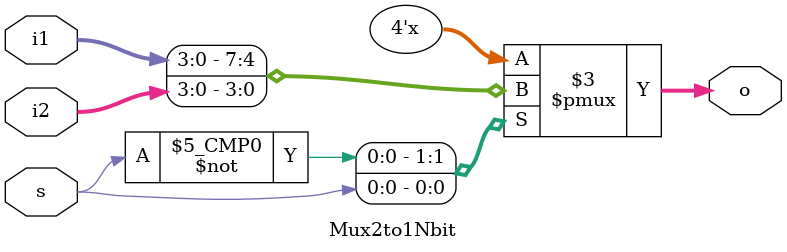
<source format=v>
module top(input clk, input rst, input [2:0] addr1, input [2:0] addr2, input [2:0] reg_addr, output [7:0] result);
    wire w_rf, DA, SA, SB;
    wire [2:0] adr;
    wire [2:0] st_out;
    wire [2:0] w_ram;
    wire [3:0] data;
    wire[3:0] A, B;
    wire[7:0] m_result;
   
    cu uut1(clk, rst, addr1, addr2, w_rf, adr, DA,SA,SB, st_out, w_ram);    
    ROM uut2(data, adr);  
    RF uut3(A, B, SA, SB, data, DA, w_rf, rst, clk);  
    c_multiplier uut4(A, B, m_result);
    RAM uut5(clk, rst, w_ram, reg_addr, m_result, result);
   
endmodule

module ROM(output reg [3:0]ROM_data, input [2:0] ROM_addr);
    always @ (ROM_addr) begin
        case(ROM_addr)
            3'd0: ROM_data = 4'b0000;
            3'd1: ROM_data = 4'b1100;
            3'd2: ROM_data = 4'b0110;
            3'd3: ROM_data = 4'b0111;
            3'd4: ROM_data = 4'b1000;
            3'd5: ROM_data = 4'b0001;
            3'd6: ROM_data = 4'b1101;
            3'd7: ROM_data = 4'b1110;        
        endcase
    end
endmodule


module RAM(clk, rst, write_en, addr, i_write_data, o_read_data);
    parameter DATA_W = 8;
    parameter SIZE = 8;
    parameter ADDR_W = 3;
   
    input clk, rst, write_en;
    input[ADDR_W-1:0] addr;
    input[DATA_W-1:0] i_write_data;
    output reg [DATA_W-1:0] o_read_data;
   
    reg [DATA_W-1:0] mem[0:SIZE-1];
   
    reg[3:0] i;
   
    always @ (posedge clk) begin
        if (rst) begin
            for (i=0; i<SIZE; i=i+1) begin
                mem[i] <= 0;
            end
        end
        else begin
            if (write_en)
                mem[addr] <= i_write_data;
            else
                o_read_data <=  mem[addr];
        end
    end
   
endmodule

module c_multiplier(input[3:0] a, input[3:0] b, output[7:0] result);
    wire [3:0] m0;
    wire [4:0] m1;
    wire [5:0] m2;
    wire [6:0] m3;
   
    wire [7:0] s1, s2, s3;
   
    assign m0 = {b[0]&a[3], b[0]&a[2], b[0]&a[1], b[0]&a[0]};
    assign m1 = {b[1]&a[3], b[1]&a[2], b[1]&a[1], b[1]&a[0], 1'b0};
    assign m2 = {b[2]&a[3], b[2]&a[2], b[2]&a[1], b[2]&a[0], 2'b0};
    assign m3 = {b[3]&a[3], b[3]&a[2], b[3]&a[1], b[3]&a[0], 3'b0};
   
    assign s1 = m0;
    assign s2 = s1 + m1;
    assign s3 = s2 + m2;
    assign result = s3 + m3;
endmodule

module cu (

input clk, reset,
  input [2:0] adr1,
  input [2:0] adr2,
  output reg w_rf,
  output reg [2:0] adr,
  output reg DA,SA,SB,
  output reg [2:0] st_out,
  output reg [2:0] w_ram
);

   
 
parameter S0_idle = 0 , S1_send_adr1 = 1 , S2_send_adr2 = 2 ,S3_multiply = 3 ,S4_write_ram = 4,S5_read_ram=5 ;
reg [2:0] PS,NS ;

    always@(posedge clk or posedge reset)
        begin
            if(reset)
                PS <= S0_idle;  
            else    
                PS <= NS ;
        end  


 

    always@(*)
        begin
           
            case(PS)
                S0_idle:begin
                  NS = S1_send_adr1;
                  w_rf <=1'b1;
                  w_ram <=1'b1;
                  st_out <= 3'b000;
                end

S1_send_adr1:begin
  w_rf <=1'b1;
  adr<=adr1;
  DA <=1'b0;
  SA <=1'b0;
  SB <=1'b1;
  st_out <= 3'b001;
  NS = S2_send_adr2;
end

S2_send_adr2:begin
    w_rf <=1'b1;
    adr<=adr2;
    NS = S3_multiply;
    DA <=1'b1;
    SA <=1'b0;
    SB <=1'b1;
    st_out <= 3'b010;
  end

               S3_multiply: begin
                  NS = S4_write_ram;
                  st_out <= 3'b011;
                  w_ram<=1;
                  end

                S4_write_ram: begin
                   st_out <= 3'b100;
                  NS = S5_read_ram;
                  end

                S5_read_ram: begin
                                w_ram<=0;
                                //done <=1;
                                st_out <= 3'b101;
                                if(!reset) begin
                                  NS = S5_read_ram;
                                end
                                else begin
                                  NS = S0_idle;
                                end
                              end
endcase
end



endmodule


/*Here I have created a register file using only 2 registers just t make simple. So 1 bit
is enough to represent the register Address
DA- 1bit adress of register where I want to write data
SA- 1bit adress of register, from where I want to read data
SB- 1bit adress of register, from where I want to read data
For most mathemtical operation, we need two data, so 2 registers
source address SA, SB and 1 destination DA adress to write data*/

module RF(A, B, SA, SB, D, DA, W, rst, clk);
output [3:0]A; // A bus
output [3:0]B; // B bus
input SA; // Select A - A Address
input SB; // Select B - B Address
input [3:0]D; // Data input
input DA; // Data destination address
input W; // write enable
input rst; // positive logic asynchronous reset
input clk;

wire [1:0]load_enable;
wire [3:0]R00, R01;


Decoder1to2 decoder (load_enable, DA, W);
RegisterNbit reg00 (D,R00,load_enable[0], rst, clk); //D-in, R00-out
RegisterNbit reg01 (D,R01,load_enable[1], rst, clk);
Mux2to1Nbit muxA (A,R00, R01, SA);
Mux2to1Nbit muxB (B,R00, R01,SB);

endmodule

module RegisterNbit(D, Q,  L, R, clock);
parameter N = 4; // number of bits
output reg [N-1:0]Q; // registered output
input [N-1:0]D; // data input
input L; // load enable
input R; // positive logic asynchronous reset
input clock; // positive edge clock

always @(posedge clock or posedge R) begin
if(R)
Q <= 0;
else if(L)
Q <= D;
else
Q <= Q;
end
endmodule

module Decoder1to2(m, S, en);
input S; // select
input en; // enable (positive logic)
output [1:0]m; // 32 minterms

assign m[0] = ~S&en;
assign m[1] = S&en;

endmodule

module Mux2to1Nbit(o, i1,i2, s);
   input [3:0] i1,i2;
   input  s;
   output reg  [3:0] o;
 
always @(s or i1 or i2)
begin
   case (s)
      1'b0 : o = i1;
      1'b1 : o = i2;
      default : o = 4'b0;
   endcase
end
endmodule

</source>
